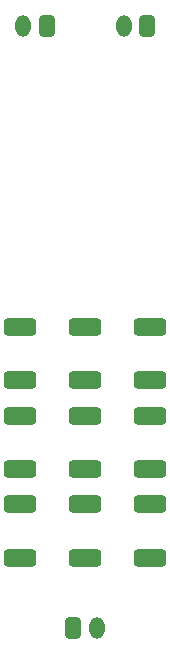
<source format=gbr>
%TF.GenerationSoftware,KiCad,Pcbnew,(6.0.1-0)*%
%TF.CreationDate,2022-02-25T00:15:48-05:00*%
%TF.ProjectId,aquabotsBMSModule,61717561-626f-4747-9342-4d534d6f6475,rev?*%
%TF.SameCoordinates,Original*%
%TF.FileFunction,Soldermask,Bot*%
%TF.FilePolarity,Negative*%
%FSLAX46Y46*%
G04 Gerber Fmt 4.6, Leading zero omitted, Abs format (unit mm)*
G04 Created by KiCad (PCBNEW (6.0.1-0)) date 2022-02-25 00:15:48*
%MOMM*%
%LPD*%
G01*
G04 APERTURE LIST*
G04 Aperture macros list*
%AMRoundRect*
0 Rectangle with rounded corners*
0 $1 Rounding radius*
0 $2 $3 $4 $5 $6 $7 $8 $9 X,Y pos of 4 corners*
0 Add a 4 corners polygon primitive as box body*
4,1,4,$2,$3,$4,$5,$6,$7,$8,$9,$2,$3,0*
0 Add four circle primitives for the rounded corners*
1,1,$1+$1,$2,$3*
1,1,$1+$1,$4,$5*
1,1,$1+$1,$6,$7*
1,1,$1+$1,$8,$9*
0 Add four rect primitives between the rounded corners*
20,1,$1+$1,$2,$3,$4,$5,0*
20,1,$1+$1,$4,$5,$6,$7,0*
20,1,$1+$1,$6,$7,$8,$9,0*
20,1,$1+$1,$8,$9,$2,$3,0*%
G04 Aperture macros list end*
%ADD10RoundRect,0.300000X-0.350000X-0.625000X0.350000X-0.625000X0.350000X0.625000X-0.350000X0.625000X0*%
%ADD11O,1.300000X1.850000*%
%ADD12RoundRect,0.300000X0.350000X0.625000X-0.350000X0.625000X-0.350000X-0.625000X0.350000X-0.625000X0*%
%ADD13RoundRect,0.300000X-1.075000X0.425000X-1.075000X-0.425000X1.075000X-0.425000X1.075000X0.425000X0*%
G04 APERTURE END LIST*
D10*
%TO.C,POWER1*%
X129000000Y-100000000D03*
D11*
X131000000Y-100000000D03*
%TD*%
D12*
%TO.C,RX1*%
X126750000Y-49000000D03*
D11*
X124750000Y-49000000D03*
%TD*%
D12*
%TO.C,TX1*%
X135250000Y-49000000D03*
D11*
X133250000Y-49000000D03*
%TD*%
D13*
%TO.C,R32*%
X124500000Y-82000000D03*
X124500000Y-86500000D03*
%TD*%
%TO.C,R39*%
X135500000Y-74500000D03*
X135500000Y-79000000D03*
%TD*%
%TO.C,R33*%
X124500000Y-74500000D03*
X124500000Y-79000000D03*
%TD*%
%TO.C,R31*%
X124500000Y-89500000D03*
X124500000Y-94000000D03*
%TD*%
%TO.C,R36*%
X130000000Y-74500000D03*
X130000000Y-79000000D03*
%TD*%
%TO.C,R38*%
X135500000Y-82000000D03*
X135500000Y-86500000D03*
%TD*%
%TO.C,R35*%
X130000000Y-82000000D03*
X130000000Y-86500000D03*
%TD*%
%TO.C,R34*%
X130000000Y-89500000D03*
X130000000Y-94000000D03*
%TD*%
%TO.C,R37*%
X135500000Y-89500000D03*
X135500000Y-94000000D03*
%TD*%
M02*

</source>
